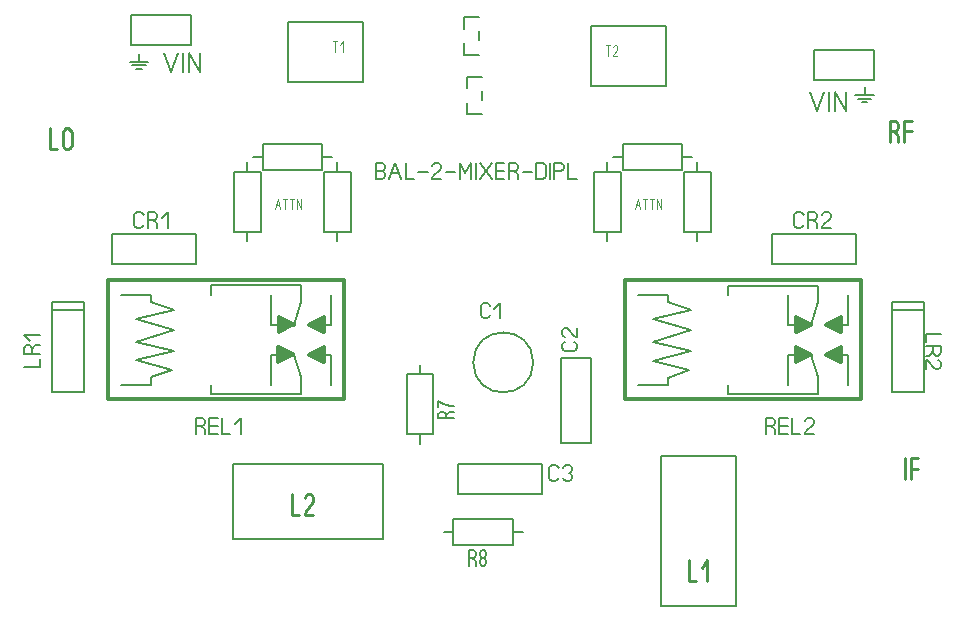
<source format=gbr>
%FSLAX34Y34*%
%MOMM*%
%LNSILK_TOP*%
G71*
G01*
%ADD10C,0.150*%
%ADD11C,0.222*%
%ADD12C,0.111*%
%ADD13C,0.167*%
%ADD14C,0.300*%
%ADD15C,0.200*%
%LPD*%
G54D10*
X185121Y377970D02*
X207296Y377970D01*
X207296Y327270D01*
X185121Y327270D01*
X185121Y377970D01*
G54D10*
X196209Y378170D02*
X196209Y386070D01*
G54D10*
X196209Y327170D02*
X196209Y319270D01*
G54D10*
X259662Y401838D02*
X259662Y379663D01*
X208962Y379663D01*
X208962Y401838D01*
X259662Y401838D01*
G54D10*
X259862Y390751D02*
X267762Y390751D01*
G54D10*
X208862Y390751D02*
X200962Y390751D01*
G54D10*
X261312Y377896D02*
X283487Y377896D01*
X283487Y327196D01*
X261312Y327196D01*
X261312Y377896D01*
G54D10*
X272399Y378096D02*
X272399Y385996D01*
G54D10*
X272399Y327096D02*
X272399Y319196D01*
G54D10*
X489921Y377970D02*
X512096Y377970D01*
X512096Y327270D01*
X489921Y327270D01*
X489921Y377970D01*
G54D10*
X501008Y378170D02*
X501008Y386070D01*
G54D10*
X501008Y327170D02*
X501009Y319270D01*
G54D10*
X564462Y401838D02*
X564462Y379663D01*
X513762Y379663D01*
X513762Y401838D01*
X564462Y401838D01*
G54D10*
X564662Y390751D02*
X572562Y390751D01*
G54D10*
X513662Y390751D02*
X505762Y390751D01*
G54D10*
X566112Y377896D02*
X588287Y377896D01*
X588287Y327196D01*
X566112Y327196D01*
X566112Y377896D01*
G54D10*
X577199Y378096D02*
X577199Y385996D01*
G54D10*
X577199Y327096D02*
X577200Y319196D01*
G54D11*
X29023Y414939D02*
X29023Y397161D01*
X35245Y397161D01*
G54D11*
X47245Y411605D02*
X47245Y400494D01*
X46356Y398272D01*
X44578Y397161D01*
X42801Y397161D01*
X41023Y398272D01*
X40134Y400494D01*
X40134Y411605D01*
X41023Y413828D01*
X42801Y414939D01*
X44578Y414939D01*
X46356Y413828D01*
X47245Y411605D01*
G54D11*
X743778Y412400D02*
X746445Y410178D01*
X747334Y407955D01*
X747334Y403511D01*
G54D11*
X740223Y403511D02*
X740223Y421289D01*
X744668Y421289D01*
X746445Y420178D01*
X747334Y417955D01*
X747334Y415733D01*
X746445Y413511D01*
X744668Y412400D01*
X740223Y412400D01*
G54D11*
X752223Y403511D02*
X752223Y421289D01*
X758445Y421289D01*
G54D11*
X752223Y412400D02*
X758445Y412400D01*
G54D12*
X219523Y346361D02*
X221745Y355250D01*
X223967Y346361D01*
G54D12*
X220412Y349694D02*
X223079Y349694D01*
G54D12*
X228189Y346361D02*
X228189Y355250D01*
G54D12*
X226411Y355250D02*
X229967Y355250D01*
G54D12*
X234189Y346361D02*
X234189Y355250D01*
G54D12*
X232411Y355250D02*
X235967Y355250D01*
G54D12*
X238411Y346361D02*
X238411Y355250D01*
X241967Y346361D01*
X241967Y355250D01*
G54D12*
X524323Y346361D02*
X526545Y355250D01*
X528768Y346361D01*
G54D12*
X525212Y349694D02*
X527878Y349694D01*
G54D12*
X532989Y346361D02*
X532989Y355250D01*
G54D12*
X531211Y355250D02*
X534766Y355250D01*
G54D12*
X538989Y346361D02*
X538989Y355250D01*
G54D12*
X537211Y355250D02*
X540766Y355250D01*
G54D12*
X543211Y346361D02*
X543211Y355250D01*
X546766Y346361D01*
X546766Y355250D01*
G54D10*
X230550Y454223D02*
X294050Y454223D01*
X294050Y505023D01*
X230550Y505023D01*
X230550Y454223D01*
G54D12*
X270428Y479623D02*
X270428Y488512D01*
G54D12*
X268650Y488512D02*
X272206Y488512D01*
G54D12*
X274650Y485179D02*
X276872Y488512D01*
X276872Y479623D01*
G54D10*
X550590Y501730D02*
X487090Y501730D01*
X487090Y450930D01*
X550590Y450930D01*
X550590Y501730D01*
G54D12*
X501568Y476330D02*
X501568Y485219D01*
G54D12*
X499790Y485219D02*
X503346Y485219D01*
G54D12*
X509346Y476330D02*
X505790Y476330D01*
X505790Y476886D01*
X506234Y477997D01*
X508901Y481330D01*
X509346Y482441D01*
X509346Y483552D01*
X508901Y484663D01*
X508012Y485219D01*
X507123Y485219D01*
X506234Y484663D01*
X505790Y483552D01*
G54D10*
G75*
G01X438150Y216750D02*
G03X438150Y216750I-25400J0D01*
G01*
G54D10*
X184150Y130900D02*
X184150Y67400D01*
X311150Y67400D01*
X311150Y130900D01*
X184150Y130900D01*
G54D10*
X546100Y10250D02*
X609600Y10250D01*
X609600Y137250D01*
X546100Y137250D01*
X546100Y10250D01*
G54D10*
X331171Y206520D02*
X353346Y206520D01*
X353346Y155820D01*
X331171Y155820D01*
X331171Y206520D01*
G54D10*
X342259Y206720D02*
X342259Y214620D01*
G54D10*
X342259Y155720D02*
X342259Y147820D01*
G54D13*
X364516Y172246D02*
X366183Y174246D01*
X367850Y174912D01*
X371183Y174912D01*
G54D13*
X371183Y169579D02*
X357850Y169579D01*
X357850Y172912D01*
X358683Y174246D01*
X360350Y174912D01*
X362016Y174912D01*
X363683Y174246D01*
X364516Y172912D01*
X364516Y169579D01*
G54D13*
X357850Y178579D02*
X357850Y183912D01*
X359516Y183246D01*
X362016Y181912D01*
X365350Y180579D01*
X367850Y179912D01*
X371183Y179912D01*
G54D10*
X487164Y220517D02*
X461763Y220517D01*
X461764Y148916D01*
X487164Y148917D01*
X487164Y220517D01*
G54D13*
X473030Y234391D02*
X474697Y233391D01*
X475530Y231391D01*
X475530Y229391D01*
X474697Y227391D01*
X473030Y226391D01*
X464697Y226391D01*
X463030Y227391D01*
X462197Y229391D01*
X462197Y231391D01*
X463030Y233391D01*
X464697Y234391D01*
G54D13*
X475530Y246058D02*
X475530Y238058D01*
X474697Y238058D01*
X473030Y239058D01*
X468030Y245058D01*
X466363Y246058D01*
X464697Y246058D01*
X463030Y245058D01*
X462197Y243058D01*
X462197Y241058D01*
X463030Y239058D01*
X464697Y238058D01*
G54D10*
X445818Y105040D02*
X445818Y130440D01*
X374218Y130440D01*
X374218Y105040D01*
X445818Y105040D01*
G54D13*
X459692Y119174D02*
X458692Y117507D01*
X456692Y116674D01*
X454692Y116674D01*
X452692Y117507D01*
X451692Y119174D01*
X451692Y127507D01*
X452692Y129174D01*
X454692Y130007D01*
X456692Y130007D01*
X458692Y129174D01*
X459692Y127507D01*
G54D13*
X463359Y127507D02*
X464359Y129174D01*
X466359Y130007D01*
X468359Y130007D01*
X470359Y129174D01*
X471359Y127507D01*
X471359Y125841D01*
X470359Y124174D01*
X468359Y123341D01*
X470359Y122507D01*
X471359Y120841D01*
X471359Y119174D01*
X470359Y117507D01*
X468359Y116674D01*
X466359Y116674D01*
X464359Y117507D01*
X463359Y119174D01*
G54D10*
X421019Y84285D02*
X421019Y62110D01*
X370319Y62110D01*
X370320Y84285D01*
X421019Y84285D01*
G54D10*
X421220Y73197D02*
X429120Y73197D01*
G54D10*
X370219Y73197D02*
X362320Y73197D01*
G54D13*
X386745Y50939D02*
X388745Y49273D01*
X389412Y47606D01*
X389412Y44273D01*
G54D13*
X384078Y44273D02*
X384078Y57606D01*
X387412Y57606D01*
X388745Y56773D01*
X389412Y55106D01*
X389412Y53439D01*
X388745Y51773D01*
X387412Y50939D01*
X384078Y50939D01*
G54D13*
X396412Y50939D02*
X395078Y50939D01*
X393745Y51773D01*
X393078Y53439D01*
X393078Y55106D01*
X393745Y56773D01*
X395078Y57606D01*
X396412Y57606D01*
X397745Y56773D01*
X398412Y55106D01*
X398412Y53439D01*
X397745Y51773D01*
X396412Y50939D01*
X397745Y50106D01*
X398412Y48439D01*
X398412Y46773D01*
X397745Y45106D01*
X396412Y44273D01*
X395078Y44273D01*
X393745Y45106D01*
X393078Y46773D01*
X393078Y48439D01*
X393745Y50106D01*
X395078Y50939D01*
G54D11*
X233753Y105352D02*
X233753Y87574D01*
X239976Y87574D01*
G54D11*
X251975Y87574D02*
X244864Y87574D01*
X244864Y88686D01*
X245753Y90908D01*
X251087Y97574D01*
X251975Y99797D01*
X251975Y102019D01*
X251087Y104241D01*
X249309Y105352D01*
X247531Y105352D01*
X245753Y104241D01*
X244864Y102019D01*
G54D11*
X569883Y49022D02*
X569883Y31244D01*
X576105Y31244D01*
G54D11*
X580993Y42355D02*
X585438Y49022D01*
X585438Y31244D01*
G54D11*
X752923Y117761D02*
X752923Y135539D01*
G54D11*
X757812Y117761D02*
X757812Y135539D01*
X764034Y135539D01*
G54D11*
X757812Y126650D02*
X764034Y126650D01*
G54D10*
X58150Y191350D02*
X30750Y191350D01*
X30750Y267550D01*
X58150Y267550D01*
X58150Y191350D01*
G54D10*
X30750Y261250D02*
X58150Y261250D01*
G54D14*
X277885Y185835D02*
X277785Y286435D01*
X77885Y286335D01*
X77885Y185835D01*
X277885Y185835D01*
G54D15*
X89285Y197935D02*
X114685Y197935D01*
X114685Y204235D01*
X114685Y204135D01*
X132185Y210535D01*
X132185Y210635D01*
X101985Y218535D01*
X133785Y226535D01*
X101985Y234435D01*
X133785Y244035D01*
X101985Y253435D01*
X133785Y261435D01*
X114685Y267835D01*
X114685Y274135D01*
X89285Y274135D01*
G54D15*
X267085Y197935D02*
X267085Y223235D01*
X248085Y223235D01*
G54D15*
X216285Y197935D02*
X216285Y223235D01*
X235285Y223235D01*
G54D15*
X267085Y274135D02*
X267085Y248735D01*
X248085Y248735D01*
G54D15*
X216285Y274135D02*
X216285Y248735D01*
X235285Y248735D01*
G36*
X248085Y223335D02*
X247985Y223335D01*
X260685Y216935D01*
X260685Y229635D01*
X248085Y223235D01*
X248085Y223335D01*
G37*
G54D14*
X248085Y223335D02*
X247985Y223335D01*
X260685Y216935D01*
X260685Y229635D01*
X248085Y223235D01*
X248085Y223335D01*
G36*
X248185Y248735D02*
X248085Y248735D01*
X260785Y242335D01*
X260785Y255035D01*
X248185Y248635D01*
X248185Y248735D01*
G37*
G54D14*
X248185Y248735D02*
X248085Y248735D01*
X260785Y242335D01*
X260785Y255035D01*
X248185Y248635D01*
X248185Y248735D01*
G36*
X235085Y223435D02*
X235185Y223435D01*
X222485Y229835D01*
X222485Y217135D01*
X235085Y223535D01*
X235085Y223435D01*
G37*
G54D14*
X235085Y223435D02*
X235185Y223435D01*
X222485Y229835D01*
X222485Y217135D01*
X235085Y223535D01*
X235085Y223435D01*
G36*
X235185Y248735D02*
X235285Y248735D01*
X222585Y255135D01*
X222585Y242435D01*
X235185Y248835D01*
X235185Y248735D01*
G37*
G54D14*
X235185Y248735D02*
X235285Y248735D01*
X222585Y255135D01*
X222585Y242435D01*
X235185Y248835D01*
X235185Y248735D01*
G54D15*
X235285Y223335D02*
X235385Y223335D01*
X241785Y204335D01*
X241685Y204335D01*
X241685Y190035D01*
X178185Y190035D01*
X165485Y190035D01*
X165485Y197935D01*
G54D15*
X235285Y248735D02*
X235285Y248735D01*
X241685Y267735D01*
X241685Y282035D01*
X165485Y282035D01*
X165485Y274135D01*
G54D10*
X152924Y299992D02*
X152925Y325392D01*
X81324Y325392D01*
X81324Y299992D01*
X152924Y299992D01*
G54D13*
X108269Y333284D02*
X107269Y331617D01*
X105269Y330784D01*
X103269Y330784D01*
X101269Y331617D01*
X100269Y333283D01*
X100269Y341617D01*
X101269Y343284D01*
X103269Y344117D01*
X105269Y344117D01*
X107269Y343283D01*
X108269Y341617D01*
G54D13*
X115936Y337450D02*
X118936Y335784D01*
X119936Y334117D01*
X119936Y330784D01*
G54D13*
X111936Y330783D02*
X111936Y344117D01*
X116936Y344117D01*
X118936Y343283D01*
X119936Y341617D01*
X119936Y339950D01*
X118936Y338284D01*
X116936Y337450D01*
X111936Y337450D01*
G54D13*
X123603Y339117D02*
X128603Y344117D01*
X128603Y330784D01*
G54D14*
X715650Y185600D02*
X715550Y286200D01*
X515650Y286100D01*
X515650Y185600D01*
X715650Y185600D01*
G54D15*
X527050Y197700D02*
X552450Y197700D01*
X552450Y204000D01*
X552450Y203900D01*
X569950Y210300D01*
X569950Y210400D01*
X539750Y218300D01*
X571550Y226300D01*
X539750Y234200D01*
X571550Y243800D01*
X539750Y253200D01*
X571550Y261200D01*
X552450Y267600D01*
X552450Y273900D01*
X527050Y273900D01*
G54D15*
X704850Y197700D02*
X704850Y223000D01*
X685850Y223000D01*
G54D15*
X654050Y197700D02*
X654050Y223000D01*
X673050Y223000D01*
G54D15*
X704850Y273900D02*
X704850Y248500D01*
X685850Y248500D01*
G54D15*
X654050Y273900D02*
X654050Y248500D01*
X673050Y248500D01*
G36*
X685850Y223100D02*
X685750Y223100D01*
X698450Y216700D01*
X698450Y229400D01*
X685850Y223000D01*
X685850Y223100D01*
G37*
G54D14*
X685850Y223100D02*
X685750Y223100D01*
X698450Y216700D01*
X698450Y229400D01*
X685850Y223000D01*
X685850Y223100D01*
G36*
X685950Y248500D02*
X685850Y248500D01*
X698550Y242100D01*
X698550Y254800D01*
X685950Y248400D01*
X685950Y248500D01*
G37*
G54D14*
X685950Y248500D02*
X685850Y248500D01*
X698550Y242100D01*
X698550Y254800D01*
X685950Y248400D01*
X685950Y248500D01*
G36*
X672850Y223200D02*
X672950Y223200D01*
X660250Y229600D01*
X660250Y216900D01*
X672850Y223300D01*
X672850Y223200D01*
G37*
G54D14*
X672850Y223200D02*
X672950Y223200D01*
X660250Y229600D01*
X660250Y216900D01*
X672850Y223300D01*
X672850Y223200D01*
G36*
X672950Y248500D02*
X673050Y248500D01*
X660350Y254900D01*
X660350Y242200D01*
X672950Y248600D01*
X672950Y248500D01*
G37*
G54D14*
X672950Y248500D02*
X673050Y248500D01*
X660350Y254900D01*
X660350Y242200D01*
X672950Y248600D01*
X672950Y248500D01*
G54D15*
X673050Y223100D02*
X673150Y223100D01*
X679550Y204100D01*
X679450Y204100D01*
X679450Y189800D01*
X615950Y189800D01*
X603250Y189800D01*
X603250Y197700D01*
G54D15*
X673050Y248500D02*
X673050Y248500D01*
X679450Y267500D01*
X679450Y281800D01*
X603250Y281800D01*
X603250Y273900D01*
G54D10*
X769350Y191350D02*
X741950Y191350D01*
X741950Y267550D01*
X769350Y267550D01*
X769350Y191350D01*
G54D10*
X741950Y261250D02*
X769350Y261250D01*
G54D10*
X711724Y299992D02*
X711725Y325392D01*
X640124Y325392D01*
X640124Y299992D01*
X711724Y299992D01*
G54D13*
X667069Y333283D02*
X666069Y331617D01*
X664069Y330783D01*
X662069Y330784D01*
X660069Y331617D01*
X659069Y333283D01*
X659069Y341617D01*
X660069Y343283D01*
X662069Y344117D01*
X664069Y344117D01*
X666069Y343283D01*
X667069Y341617D01*
G54D13*
X674736Y337450D02*
X677736Y335783D01*
X678736Y334117D01*
X678736Y330783D01*
G54D13*
X670736Y330784D02*
X670736Y344117D01*
X675736Y344117D01*
X677736Y343283D01*
X678736Y341617D01*
X678736Y339950D01*
X677736Y338283D01*
X675736Y337450D01*
X670736Y337450D01*
G54D13*
X690403Y330784D02*
X682403Y330784D01*
X682403Y331617D01*
X683403Y333283D01*
X689403Y338283D01*
X690403Y339950D01*
X690403Y341617D01*
X689403Y343283D01*
X687403Y344117D01*
X685403Y344117D01*
X683403Y343283D01*
X682403Y341617D01*
G54D15*
X125588Y478884D02*
X131588Y462884D01*
X137588Y478884D01*
G54D15*
X141988Y462884D02*
X141988Y478884D01*
G54D15*
X146388Y462884D02*
X146388Y478884D01*
X155988Y462884D01*
X155988Y478884D01*
G54D10*
X97538Y485235D02*
X97539Y510635D01*
X148338Y510635D01*
X148338Y485235D01*
X97538Y485235D01*
G54D15*
X104411Y477837D02*
X104412Y471486D01*
G54D15*
X112349Y471486D02*
X96474Y471487D01*
G54D15*
X98855Y468312D02*
X109968Y468312D01*
G54D15*
X106793Y465137D02*
X102030Y465137D01*
G54D15*
X672451Y445613D02*
X678451Y429613D01*
X684451Y445614D01*
G54D15*
X688851Y429614D02*
X688851Y445613D01*
G54D15*
X693251Y429613D02*
X693251Y445613D01*
X702851Y429614D01*
X702851Y445613D01*
G54D10*
X726684Y481313D02*
X726683Y455912D01*
X675884Y455913D01*
X675884Y481313D01*
X726684Y481313D01*
G54D15*
X718746Y449563D02*
X718746Y443212D01*
G54D15*
X726683Y443212D02*
X710808Y443213D01*
G54D15*
X713189Y440038D02*
X724302Y440038D01*
G54D15*
X721127Y436863D02*
X716365Y436863D01*
G54D13*
X7000Y212800D02*
X20334Y212800D01*
X20334Y219800D01*
G54D13*
X13667Y227467D02*
X15334Y230467D01*
X17000Y231467D01*
X20334Y231467D01*
G54D13*
X20334Y223467D02*
X7000Y223467D01*
X7000Y228467D01*
X7834Y230467D01*
X9500Y231467D01*
X11167Y231467D01*
X12834Y230467D01*
X13667Y228467D01*
X13667Y223467D01*
G54D13*
X12000Y235134D02*
X7000Y240134D01*
X20334Y240134D01*
G54D13*
X783645Y241177D02*
X770311Y241177D01*
X770311Y234177D01*
G54D13*
X776978Y226510D02*
X775311Y223510D01*
X773645Y222510D01*
X770311Y222510D01*
G54D13*
X770311Y230510D02*
X783645Y230510D01*
X783645Y225510D01*
X782811Y223510D01*
X781145Y222510D01*
X779478Y222510D01*
X777811Y223510D01*
X776978Y225510D01*
X776978Y230510D01*
G54D13*
X770311Y210843D02*
X770311Y218843D01*
X771145Y218843D01*
X772811Y217843D01*
X777811Y211843D01*
X779478Y210843D01*
X781145Y210843D01*
X782811Y211843D01*
X783645Y213843D01*
X783645Y215843D01*
X782811Y217843D01*
X781145Y218843D01*
G54D13*
X156400Y162967D02*
X159400Y161300D01*
X160400Y159633D01*
X160400Y156300D01*
G54D13*
X152400Y156300D02*
X152400Y169633D01*
X157400Y169633D01*
X159400Y168800D01*
X160400Y167133D01*
X160400Y165467D01*
X159400Y163800D01*
X157400Y162967D01*
X152400Y162967D01*
G54D13*
X171067Y156300D02*
X164067Y156300D01*
X164067Y169633D01*
X171067Y169633D01*
G54D13*
X164067Y162967D02*
X171067Y162967D01*
G54D13*
X174734Y169633D02*
X174734Y156300D01*
X181734Y156300D01*
G54D13*
X185401Y164633D02*
X190401Y169633D01*
X190401Y156300D01*
G54D13*
X639000Y162967D02*
X642000Y161300D01*
X643000Y159633D01*
X643000Y156300D01*
G54D13*
X635000Y156300D02*
X635000Y169633D01*
X640000Y169633D01*
X642000Y168800D01*
X643000Y167133D01*
X643000Y165467D01*
X642000Y163800D01*
X640000Y162967D01*
X635000Y162967D01*
G54D13*
X653667Y156300D02*
X646667Y156300D01*
X646667Y169633D01*
X653667Y169633D01*
G54D13*
X646667Y162967D02*
X653667Y162967D01*
G54D13*
X657334Y169633D02*
X657334Y156300D01*
X664334Y156300D01*
G54D13*
X676001Y156300D02*
X668001Y156300D01*
X668001Y157133D01*
X669001Y158800D01*
X675001Y163800D01*
X676001Y165467D01*
X676001Y167133D01*
X675001Y168800D01*
X673001Y169633D01*
X671001Y169633D01*
X669001Y168800D01*
X668001Y167133D01*
G54D13*
X304800Y372200D02*
X304800Y385533D01*
X309800Y385533D01*
X311800Y384700D01*
X312800Y383033D01*
X312800Y381367D01*
X311800Y379700D01*
X309800Y378867D01*
X311800Y378033D01*
X312800Y376367D01*
X312800Y374700D01*
X311800Y373033D01*
X309800Y372200D01*
X304800Y372200D01*
G54D13*
X304800Y378867D02*
X309800Y378867D01*
G54D13*
X316467Y372200D02*
X321467Y385533D01*
X326467Y372200D01*
G54D13*
X318467Y377200D02*
X324467Y377200D01*
G54D13*
X330134Y385533D02*
X330134Y372200D01*
X337134Y372200D01*
G54D13*
X340801Y378033D02*
X348801Y378033D01*
G54D13*
X360468Y372200D02*
X352468Y372200D01*
X352468Y373033D01*
X353468Y374700D01*
X359468Y379700D01*
X360468Y381367D01*
X360468Y383033D01*
X359468Y384700D01*
X357468Y385533D01*
X355468Y385533D01*
X353468Y384700D01*
X352468Y383033D01*
G54D13*
X364135Y378033D02*
X372135Y378033D01*
G54D13*
X375802Y372200D02*
X375802Y385533D01*
X380802Y377200D01*
X385802Y385533D01*
X385802Y372200D01*
G54D13*
X389469Y372200D02*
X389469Y385533D01*
G54D13*
X393136Y385533D02*
X403136Y372200D01*
G54D13*
X393136Y372200D02*
X403136Y385533D01*
G54D13*
X413803Y372200D02*
X406803Y372200D01*
X406803Y385533D01*
X413803Y385533D01*
G54D13*
X406803Y378867D02*
X413803Y378867D01*
G54D13*
X421470Y378867D02*
X424470Y377200D01*
X425470Y375533D01*
X425470Y372200D01*
G54D13*
X417470Y372200D02*
X417470Y385533D01*
X422470Y385533D01*
X424470Y384700D01*
X425470Y383033D01*
X425470Y381367D01*
X424470Y379700D01*
X422470Y378867D01*
X417470Y378867D01*
G54D13*
X429137Y378033D02*
X437137Y378033D01*
G54D13*
X440804Y372200D02*
X440804Y385533D01*
X445804Y385533D01*
X447804Y384700D01*
X448804Y383033D01*
X448804Y374700D01*
X447804Y373033D01*
X445804Y372200D01*
X440804Y372200D01*
G54D13*
X452471Y372200D02*
X452471Y385533D01*
G54D13*
X456138Y372200D02*
X456138Y385533D01*
X461138Y385533D01*
X463138Y384700D01*
X464138Y383033D01*
X464138Y381367D01*
X463138Y379700D01*
X461138Y378867D01*
X456138Y378867D01*
G54D13*
X467805Y385533D02*
X467805Y372200D01*
X474805Y372200D01*
G54D13*
X401700Y256500D02*
X400700Y254833D01*
X398700Y254000D01*
X396700Y254000D01*
X394700Y254833D01*
X393700Y256500D01*
X393700Y264833D01*
X394700Y266500D01*
X396700Y267333D01*
X398700Y267333D01*
X400700Y266500D01*
X401700Y264833D01*
G54D13*
X405367Y262333D02*
X410367Y267333D01*
X410367Y254000D01*
G54D10*
X392467Y477344D02*
X379467Y477344D01*
X379467Y487344D01*
G54D10*
X379467Y499344D02*
X379467Y509344D01*
X392467Y509344D01*
G54D10*
X392467Y497344D02*
X392467Y489344D01*
G54D10*
X395012Y426730D02*
X382012Y426730D01*
X382012Y436730D01*
G54D10*
X382012Y448730D02*
X382012Y458730D01*
X395012Y458730D01*
G54D10*
X395012Y446730D02*
X395012Y438730D01*
M02*

</source>
